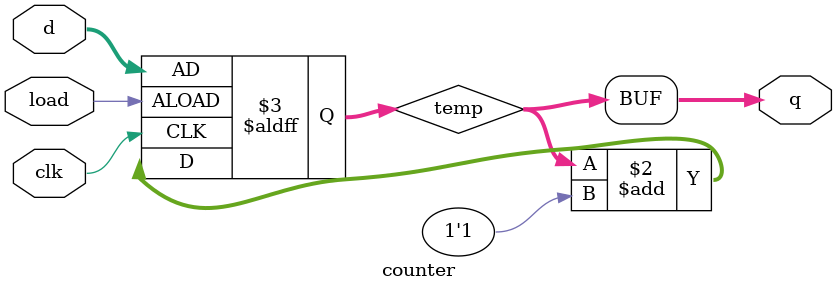
<source format=sv>
module counter (clk,d,load,q);
  input clk,load;
  input  [3:0] d;
  output reg[3:0] q;
  reg [3:0] temp;
  always @ (posedge clk or posedge load)
    begin
    if (load)
      temp<=d;
      else 
        temp<=temp+1'b1;
    end
  assign q = temp;
endmodule
      

</source>
